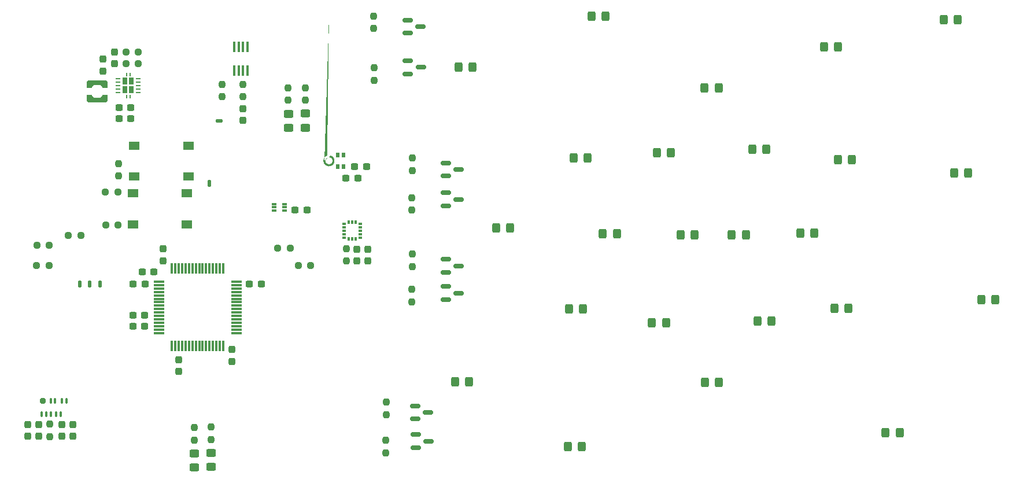
<source format=gtp>
G04 #@! TF.GenerationSoftware,KiCad,Pcbnew,8.0.2-8.0.2-0~ubuntu22.04.1*
G04 #@! TF.CreationDate,2024-05-15T13:26:14-04:00*
G04 #@! TF.ProjectId,holiday-widget,686f6c69-6461-4792-9d77-69646765742e,1.0*
G04 #@! TF.SameCoordinates,Original*
G04 #@! TF.FileFunction,Paste,Top*
G04 #@! TF.FilePolarity,Positive*
%FSLAX46Y46*%
G04 Gerber Fmt 4.6, Leading zero omitted, Abs format (unit mm)*
G04 Created by KiCad (PCBNEW 8.0.2-8.0.2-0~ubuntu22.04.1) date 2024-05-15 13:26:14*
%MOMM*%
%LPD*%
G01*
G04 APERTURE LIST*
G04 Aperture macros list*
%AMRoundRect*
0 Rectangle with rounded corners*
0 $1 Rounding radius*
0 $2 $3 $4 $5 $6 $7 $8 $9 X,Y pos of 4 corners*
0 Add a 4 corners polygon primitive as box body*
4,1,4,$2,$3,$4,$5,$6,$7,$8,$9,$2,$3,0*
0 Add four circle primitives for the rounded corners*
1,1,$1+$1,$2,$3*
1,1,$1+$1,$4,$5*
1,1,$1+$1,$6,$7*
1,1,$1+$1,$8,$9*
0 Add four rect primitives between the rounded corners*
20,1,$1+$1,$2,$3,$4,$5,0*
20,1,$1+$1,$4,$5,$6,$7,0*
20,1,$1+$1,$6,$7,$8,$9,0*
20,1,$1+$1,$8,$9,$2,$3,0*%
%AMFreePoly0*
4,1,51,0.911569,0.773019,1.138152,0.657569,1.317969,0.477752,1.433419,0.251169,1.462091,0.070138,1.470107,0.070840,1.473200,0.000000,1.470107,-0.070840,1.462091,-0.070138,1.433419,-0.251169,1.317969,-0.477752,1.138152,-0.657569,0.911569,-0.773019,0.660400,-0.812800,0.409231,-0.773019,0.182648,-0.657569,0.002831,-0.477752,-0.112619,-0.251169,-0.141291,-0.070138,-0.149307,-0.070840,
-0.152400,0.000000,0.152400,0.000000,0.177263,-0.156981,0.249420,-0.298595,0.361805,-0.410981,0.503420,-0.483137,0.660400,-0.508000,0.817381,-0.483137,0.958995,-0.410981,1.071381,-0.298595,1.143537,-0.156981,1.168400,0.000000,1.143537,0.156981,1.071381,0.298595,0.958995,0.410981,0.817381,0.483137,0.660400,0.508000,0.503420,0.483137,0.361805,0.410981,0.249420,0.298595,
0.177263,0.156981,0.152400,0.000000,-0.152400,0.000000,-0.149307,0.070840,-0.141291,0.070138,-0.112619,0.251169,0.002831,0.477752,0.182648,0.657569,0.409231,0.773019,0.660400,0.812800,0.911569,0.773019,0.911569,0.773019,$1*%
%AMFreePoly1*
4,1,11,0.760000,0.825000,0.380000,0.510000,0.380000,-0.510000,0.760000,-0.825000,0.760000,-1.525000,-0.125000,-1.525000,-0.380000,-1.270000,-0.380000,1.270000,-0.125000,1.525000,0.760000,1.525000,0.760000,0.825000,0.760000,0.825000,$1*%
G04 Aperture macros list end*
%ADD10R,0.230000X0.230000*%
%ADD11O,0.800000X0.230000*%
%ADD12R,0.680000X1.050000*%
%ADD13R,0.260000X0.500000*%
%ADD14R,1.550000X1.300000*%
%ADD15RoundRect,0.237500X-0.300000X-0.237500X0.300000X-0.237500X0.300000X0.237500X-0.300000X0.237500X0*%
%ADD16RoundRect,0.237500X0.300000X0.237500X-0.300000X0.237500X-0.300000X-0.237500X0.300000X-0.237500X0*%
%ADD17RoundRect,0.250000X-0.325000X-0.450000X0.325000X-0.450000X0.325000X0.450000X-0.325000X0.450000X0*%
%ADD18RoundRect,0.125000X-0.125000X-0.375000X0.125000X-0.375000X0.125000X0.375000X-0.125000X0.375000X0*%
%ADD19RoundRect,0.237500X-0.250000X-0.237500X0.250000X-0.237500X0.250000X0.237500X-0.250000X0.237500X0*%
%ADD20RoundRect,0.237500X0.237500X-0.300000X0.237500X0.300000X-0.237500X0.300000X-0.237500X-0.300000X0*%
%ADD21RoundRect,0.237500X-0.237500X0.250000X-0.237500X-0.250000X0.237500X-0.250000X0.237500X0.250000X0*%
%ADD22RoundRect,0.087500X-0.187500X-0.087500X0.187500X-0.087500X0.187500X0.087500X-0.187500X0.087500X0*%
%ADD23RoundRect,0.087500X-0.087500X-0.187500X0.087500X-0.187500X0.087500X0.187500X-0.087500X0.187500X0*%
%ADD24RoundRect,0.150000X-0.587500X-0.150000X0.587500X-0.150000X0.587500X0.150000X-0.587500X0.150000X0*%
%ADD25RoundRect,0.237500X0.250000X0.237500X-0.250000X0.237500X-0.250000X-0.237500X0.250000X-0.237500X0*%
%ADD26RoundRect,0.237500X0.237500X-0.250000X0.237500X0.250000X-0.237500X0.250000X-0.237500X-0.250000X0*%
%ADD27RoundRect,0.125000X0.375000X-0.125000X0.375000X0.125000X-0.375000X0.125000X-0.375000X-0.125000X0*%
%ADD28RoundRect,0.237500X-0.237500X0.300000X-0.237500X-0.300000X0.237500X-0.300000X0.237500X0.300000X0*%
%ADD29R,0.533400X0.736600*%
%ADD30FreePoly0,0.000000*%
%ADD31RoundRect,0.250000X0.450000X-0.325000X0.450000X0.325000X-0.450000X0.325000X-0.450000X-0.325000X0*%
%ADD32R,0.300000X1.600000*%
%ADD33RoundRect,0.100000X-0.100000X-0.300000X0.100000X-0.300000X0.100000X0.300000X-0.100000X0.300000X0*%
%ADD34RoundRect,0.200000X-0.215000X-0.200000X0.215000X-0.200000X0.215000X0.200000X-0.215000X0.200000X0*%
%ADD35RoundRect,0.085000X-0.265000X-0.085000X0.265000X-0.085000X0.265000X0.085000X-0.265000X0.085000X0*%
%ADD36FreePoly1,90.000000*%
%ADD37FreePoly1,270.000000*%
%ADD38RoundRect,0.075000X-0.700000X-0.075000X0.700000X-0.075000X0.700000X0.075000X-0.700000X0.075000X0*%
%ADD39RoundRect,0.075000X-0.075000X-0.700000X0.075000X-0.700000X0.075000X0.700000X-0.075000X0.700000X0*%
G04 APERTURE END LIST*
D10*
X133346196Y-85669048D03*
D11*
X133631196Y-85669048D03*
D10*
X133346196Y-86169048D03*
D11*
X133631196Y-86169048D03*
D10*
X133346196Y-86669048D03*
D11*
X133631196Y-86669048D03*
D10*
X133346196Y-87169048D03*
D11*
X133631196Y-87169048D03*
D10*
X133346196Y-87669048D03*
D11*
X133631196Y-87669048D03*
X136581196Y-87669048D03*
D10*
X136866196Y-87669048D03*
D11*
X136581196Y-87169048D03*
D10*
X136866196Y-87169048D03*
D11*
X136581196Y-86669048D03*
D10*
X136866196Y-86669048D03*
D11*
X136581196Y-86169048D03*
D10*
X136866196Y-86169048D03*
D11*
X136581196Y-85669048D03*
D10*
X136866196Y-85669048D03*
D12*
X134656196Y-86034048D03*
X134656196Y-87304048D03*
D13*
X134856196Y-85039048D03*
X134856196Y-88299048D03*
X135356196Y-85039048D03*
X135356196Y-88299048D03*
D12*
X135556196Y-86034048D03*
X135556196Y-87304048D03*
D14*
X136000000Y-95500000D03*
X143950000Y-95500000D03*
X136000000Y-100000000D03*
X143950000Y-100000000D03*
D15*
X152847261Y-115705081D03*
X154572261Y-115705081D03*
D16*
X137535635Y-121937760D03*
X135810635Y-121937760D03*
D17*
X238489371Y-119278460D03*
X240539371Y-119278460D03*
D18*
X147000000Y-101000000D03*
D19*
X121712407Y-110048551D03*
X123537407Y-110048551D03*
D20*
X151906336Y-91802774D03*
X151906336Y-90077774D03*
D17*
X238975000Y-97500000D03*
X241025000Y-97500000D03*
D21*
X133725000Y-98087500D03*
X133725000Y-99912500D03*
D17*
X226475000Y-96000000D03*
X228525000Y-96000000D03*
D22*
X166671477Y-106921439D03*
X166671477Y-107421439D03*
X166671477Y-107921439D03*
X166671477Y-108421439D03*
X166671477Y-108921439D03*
D23*
X167396477Y-109146439D03*
X167896477Y-109146439D03*
X168396477Y-109146439D03*
D22*
X169121477Y-108921439D03*
X169121477Y-108421439D03*
X169121477Y-107921439D03*
X169121477Y-107421439D03*
X169121477Y-106921439D03*
D23*
X168396477Y-106696439D03*
X167896477Y-106696439D03*
X167396477Y-106696439D03*
D18*
X129500000Y-115750000D03*
D24*
X181616299Y-97988898D03*
X181616299Y-99888898D03*
X183491299Y-98938898D03*
D19*
X131750000Y-102250000D03*
X133575000Y-102250000D03*
D25*
X133630584Y-107104329D03*
X131805584Y-107104329D03*
D26*
X171133179Y-85884780D03*
X171133179Y-84059780D03*
D15*
X168275000Y-98500000D03*
X170000000Y-98500000D03*
D17*
X259975000Y-118000000D03*
X262025000Y-118000000D03*
D26*
X172829630Y-140429444D03*
X172829630Y-138604444D03*
D21*
X161010000Y-87000000D03*
X161010000Y-88825000D03*
D26*
X172891901Y-134825000D03*
X172891901Y-133000000D03*
D17*
X223475000Y-108500000D03*
X225525000Y-108500000D03*
X227220392Y-121177972D03*
X229270392Y-121177972D03*
D27*
X148394215Y-91812997D03*
D17*
X188975000Y-107500000D03*
X191025000Y-107500000D03*
D28*
X122009140Y-136285051D03*
X122009140Y-138010051D03*
D17*
X183475000Y-84000000D03*
X185525000Y-84000000D03*
D29*
X166597200Y-96825000D03*
X165775000Y-96825000D03*
D30*
X163862800Y-97662500D03*
D29*
X165775000Y-98500000D03*
X166597200Y-98500000D03*
D24*
X176062500Y-83050000D03*
X176062500Y-84950000D03*
X177937500Y-84000000D03*
D31*
X158589541Y-92856990D03*
X158589541Y-90806990D03*
D20*
X133081196Y-83488957D03*
X133081196Y-81763957D03*
D16*
X137574547Y-115697983D03*
X135849547Y-115697983D03*
D18*
X128000000Y-115750000D03*
D17*
X254475000Y-77000000D03*
X256525000Y-77000000D03*
X199629790Y-119364524D03*
X201679790Y-119364524D03*
D24*
X177125000Y-133550000D03*
X177125000Y-135450000D03*
X179000000Y-134500000D03*
D21*
X144750000Y-136750000D03*
X144750000Y-138575000D03*
D24*
X177201174Y-137770048D03*
X177201174Y-139670048D03*
X179076174Y-138720048D03*
D26*
X176633710Y-104912500D03*
X176633710Y-103087500D03*
D17*
X216000000Y-108500000D03*
X218050000Y-108500000D03*
D31*
X144770877Y-142588376D03*
X144770877Y-140538376D03*
D24*
X176026096Y-77110791D03*
X176026096Y-79010791D03*
X177901096Y-78060791D03*
D17*
X211787206Y-121425894D03*
X213837206Y-121425894D03*
D25*
X136576618Y-83476992D03*
X134751618Y-83476992D03*
D19*
X160000000Y-113000000D03*
X161825000Y-113000000D03*
D28*
X170182981Y-110624258D03*
X170182981Y-112349258D03*
D15*
X133775000Y-89870914D03*
X135500000Y-89870914D03*
D17*
X199475000Y-139500000D03*
X201525000Y-139500000D03*
D14*
X143721058Y-106967923D03*
X135771058Y-106967923D03*
X143721058Y-102467923D03*
X135771058Y-102467923D03*
D32*
X150632267Y-84450364D03*
X151282267Y-84450364D03*
X151932267Y-84450364D03*
X152582267Y-84450364D03*
X152582267Y-81050364D03*
X151932267Y-81050364D03*
X151282267Y-81050364D03*
X150632267Y-81050364D03*
D28*
X120377782Y-136286282D03*
X120377782Y-138011282D03*
D25*
X128162500Y-108570167D03*
X126337500Y-108570167D03*
D17*
X233530918Y-108276892D03*
X235580918Y-108276892D03*
D16*
X137541190Y-120325651D03*
X135816190Y-120325651D03*
D15*
X159547416Y-104880682D03*
X161272416Y-104880682D03*
D28*
X125397471Y-136289045D03*
X125397471Y-138014045D03*
D26*
X123626843Y-138059983D03*
X123626843Y-136234983D03*
X176663601Y-113187296D03*
X176663601Y-111362296D03*
D33*
X122451214Y-134813954D03*
X123136214Y-134813954D03*
X123821214Y-134813954D03*
X124506214Y-134813954D03*
X125191214Y-134813954D03*
X126081214Y-132813954D03*
X125401214Y-132813954D03*
X124401214Y-132813954D03*
X123751214Y-132813954D03*
D34*
X122586214Y-132813954D03*
D17*
X200299181Y-97274615D03*
X202349181Y-97274615D03*
D21*
X147250000Y-136675000D03*
X147250000Y-138500000D03*
D26*
X176703799Y-99113898D03*
X176703799Y-97288898D03*
D20*
X140229105Y-112307588D03*
X140229105Y-110582588D03*
D24*
X181616299Y-112113898D03*
X181616299Y-114013898D03*
X183491299Y-113063898D03*
D26*
X176656301Y-118343785D03*
X176656301Y-116518785D03*
D19*
X157000000Y-110500000D03*
X158825000Y-110500000D03*
D17*
X212475000Y-96500000D03*
X214525000Y-96500000D03*
X236975000Y-81000000D03*
X239025000Y-81000000D03*
D18*
X131000000Y-115750000D03*
D28*
X127000000Y-136275000D03*
X127000000Y-138000000D03*
X142500000Y-126775000D03*
X142500000Y-128500000D03*
D24*
X181600611Y-116101075D03*
X181600611Y-118001075D03*
X183475611Y-117051075D03*
D26*
X171000000Y-78325000D03*
X171000000Y-76500000D03*
D17*
X182975000Y-130000000D03*
X185025000Y-130000000D03*
X219506118Y-130103187D03*
X221556118Y-130103187D03*
D31*
X147255159Y-142513376D03*
X147255159Y-140463376D03*
D28*
X168597824Y-110609753D03*
X168597824Y-112334753D03*
D19*
X121675000Y-113000000D03*
X123500000Y-113000000D03*
D26*
X167008476Y-112363471D03*
X167008476Y-110538471D03*
D35*
X156500000Y-104000000D03*
X156500000Y-104500000D03*
X156500000Y-105000000D03*
X158000000Y-105000000D03*
X158000000Y-104500000D03*
X158000000Y-104000000D03*
D26*
X151893596Y-88323728D03*
X151893596Y-86498728D03*
D16*
X137172158Y-113979227D03*
X138897158Y-113979227D03*
D26*
X148839788Y-88295996D03*
X148839788Y-86470996D03*
D28*
X150259409Y-125326240D03*
X150259409Y-127051240D03*
D17*
X256000000Y-99500000D03*
X258050000Y-99500000D03*
X246000000Y-137500000D03*
X248050000Y-137500000D03*
D15*
X133775000Y-91500000D03*
X135500000Y-91500000D03*
D17*
X202950000Y-76500000D03*
X205000000Y-76500000D03*
D21*
X158500000Y-87000000D03*
X158500000Y-88825000D03*
D20*
X131415924Y-84554339D03*
X131415924Y-82829339D03*
D36*
X130581196Y-88798390D03*
D37*
X130581196Y-86258390D03*
D19*
X134756196Y-81799037D03*
X136581196Y-81799037D03*
D31*
X161046595Y-92838376D03*
X161046595Y-90788376D03*
D17*
X204596760Y-108356758D03*
X206646760Y-108356758D03*
X219500000Y-87000000D03*
X221550000Y-87000000D03*
D24*
X181625000Y-102371013D03*
X181625000Y-104271013D03*
X183500000Y-103321013D03*
D15*
X166976620Y-100195690D03*
X168701620Y-100195690D03*
D38*
X139582934Y-115388726D03*
X139582934Y-115888726D03*
X139582934Y-116388726D03*
X139582934Y-116888726D03*
X139582934Y-117388726D03*
X139582934Y-117888726D03*
X139582934Y-118388726D03*
X139582934Y-118888726D03*
X139582934Y-119388726D03*
X139582934Y-119888726D03*
X139582934Y-120388726D03*
X139582934Y-120888726D03*
X139582934Y-121388726D03*
X139582934Y-121888726D03*
X139582934Y-122388726D03*
X139582934Y-122888726D03*
D39*
X141507934Y-124813726D03*
X142007934Y-124813726D03*
X142507934Y-124813726D03*
X143007934Y-124813726D03*
X143507934Y-124813726D03*
X144007934Y-124813726D03*
X144507934Y-124813726D03*
X145007934Y-124813726D03*
X145507934Y-124813726D03*
X146007934Y-124813726D03*
X146507934Y-124813726D03*
X147007934Y-124813726D03*
X147507934Y-124813726D03*
X148007934Y-124813726D03*
X148507934Y-124813726D03*
X149007934Y-124813726D03*
D38*
X150932934Y-122888726D03*
X150932934Y-122388726D03*
X150932934Y-121888726D03*
X150932934Y-121388726D03*
X150932934Y-120888726D03*
X150932934Y-120388726D03*
X150932934Y-119888726D03*
X150932934Y-119388726D03*
X150932934Y-118888726D03*
X150932934Y-118388726D03*
X150932934Y-117888726D03*
X150932934Y-117388726D03*
X150932934Y-116888726D03*
X150932934Y-116388726D03*
X150932934Y-115888726D03*
X150932934Y-115388726D03*
D39*
X149007934Y-113463726D03*
X148507934Y-113463726D03*
X148007934Y-113463726D03*
X147507934Y-113463726D03*
X147007934Y-113463726D03*
X146507934Y-113463726D03*
X146007934Y-113463726D03*
X145507934Y-113463726D03*
X145007934Y-113463726D03*
X144507934Y-113463726D03*
X144007934Y-113463726D03*
X143507934Y-113463726D03*
X143007934Y-113463726D03*
X142507934Y-113463726D03*
X142007934Y-113463726D03*
X141507934Y-113463726D03*
M02*

</source>
